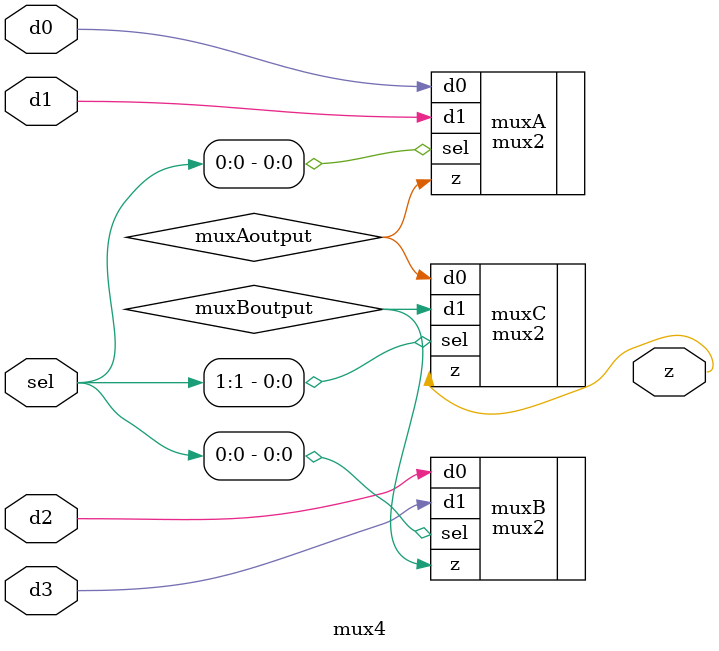
<source format=sv>
module mux4 (
    input logic d0,          // Data input 0
    input logic d1,          // Data input 1
    input logic d2,          // Data input 2
    input logic d3,          // Data input 3
    input logic [1:0] sel,   // Select input
    output logic z           // Output
);

// Put your code here
// ------------------
logic muxAoutput;

logic muxBoutput;

mux2 muxA(.d0(d0),.d1(d1),.sel(sel[0]),.z(muxAoutput));
	
mux2 muxB(.d0(d2),.d1(d3),.sel(sel[0]),.z(muxBoutput));
	
mux2 muxC(.d0(muxAoutput),.d1(muxBoutput),.sel(sel[1]),.z(z));

// End of your code

endmodule

</source>
